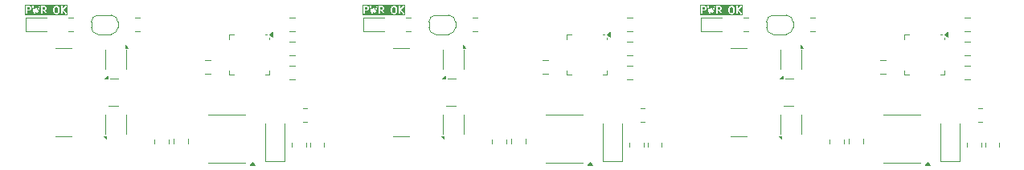
<source format=gbr>
%TF.GenerationSoftware,KiCad,Pcbnew,8.0.2*%
%TF.CreationDate,2025-03-04T10:53:31+01:00*%
%TF.ProjectId,USB-C_PD_Module_PANELIZED,5553422d-435f-4504-945f-4d6f64756c65,rev?*%
%TF.SameCoordinates,Original*%
%TF.FileFunction,Legend,Top*%
%TF.FilePolarity,Positive*%
%FSLAX46Y46*%
G04 Gerber Fmt 4.6, Leading zero omitted, Abs format (unit mm)*
G04 Created by KiCad (PCBNEW 8.0.2) date 2025-03-04 10:53:31*
%MOMM*%
%LPD*%
G01*
G04 APERTURE LIST*
%ADD10C,0.150000*%
%ADD11C,0.120000*%
G04 APERTURE END LIST*
D10*
G36*
X134744654Y-21208463D02*
G01*
X134794445Y-21257029D01*
X134823137Y-21367599D01*
X134824396Y-21598943D01*
X134796094Y-21716593D01*
X134749261Y-21764608D01*
X134703612Y-21788309D01*
X134596113Y-21789293D01*
X134551571Y-21767864D01*
X134501779Y-21719298D01*
X134473088Y-21608728D01*
X134471829Y-21377383D01*
X134500131Y-21259734D01*
X134546964Y-21211719D01*
X134592613Y-21188018D01*
X134700111Y-21187034D01*
X134744654Y-21208463D01*
G37*
G36*
X133423489Y-21208590D02*
G01*
X133442820Y-21227084D01*
X133466158Y-21272034D01*
X133467009Y-21343919D01*
X133445542Y-21388540D01*
X133427046Y-21407874D01*
X133382317Y-21431096D01*
X133292123Y-21431529D01*
X133289344Y-21431039D01*
X133287019Y-21431554D01*
X133186585Y-21432035D01*
X133186125Y-21187810D01*
X133378377Y-21186887D01*
X133423489Y-21208590D01*
G37*
G36*
X131816346Y-21208590D02*
G01*
X131835677Y-21227084D01*
X131859015Y-21272034D01*
X131859866Y-21343919D01*
X131838399Y-21388540D01*
X131819903Y-21407874D01*
X131775174Y-21431096D01*
X131579442Y-21432035D01*
X131578982Y-21187810D01*
X131771234Y-21186887D01*
X131816346Y-21208590D01*
G37*
G36*
X135806334Y-22021497D02*
G01*
X131346922Y-22021497D01*
X131346922Y-21113164D01*
X131430255Y-21113164D01*
X131431696Y-21877796D01*
X131442895Y-21904832D01*
X131463587Y-21925524D01*
X131490623Y-21936723D01*
X131519887Y-21936723D01*
X131546923Y-21925524D01*
X131567615Y-21904832D01*
X131578814Y-21877796D01*
X131580255Y-21863164D01*
X131579722Y-21580663D01*
X131779409Y-21579705D01*
X131781588Y-21580432D01*
X131792708Y-21579641D01*
X131805601Y-21579580D01*
X131808090Y-21578548D01*
X131810778Y-21578358D01*
X131824510Y-21573103D01*
X131895783Y-21536098D01*
X131904067Y-21532667D01*
X131906950Y-21530300D01*
X131908382Y-21529557D01*
X131909680Y-21528059D01*
X131915432Y-21523339D01*
X131951378Y-21485764D01*
X131957362Y-21480576D01*
X131959321Y-21477462D01*
X131960473Y-21476259D01*
X131961230Y-21474429D01*
X131965194Y-21468133D01*
X131995147Y-21405870D01*
X131996186Y-21404832D01*
X131999525Y-21396770D01*
X132006163Y-21382973D01*
X132006353Y-21380285D01*
X132007385Y-21377796D01*
X132008826Y-21363164D01*
X132007688Y-21267047D01*
X132008237Y-21265402D01*
X132007555Y-21255812D01*
X132007385Y-21241389D01*
X132006353Y-21238899D01*
X132006163Y-21236212D01*
X132000908Y-21222481D01*
X131963902Y-21151204D01*
X131960472Y-21142924D01*
X131958106Y-21140041D01*
X131957362Y-21138608D01*
X131955863Y-21137308D01*
X131951145Y-21131559D01*
X131934849Y-21115968D01*
X132108878Y-21115968D01*
X132110866Y-21130536D01*
X132290015Y-21876880D01*
X132291407Y-21887357D01*
X132293324Y-21890669D01*
X132294229Y-21894436D01*
X132300611Y-21903256D01*
X132306069Y-21912682D01*
X132309126Y-21915022D01*
X132311385Y-21918143D01*
X132320663Y-21923852D01*
X132329307Y-21930469D01*
X132333025Y-21931460D01*
X132336307Y-21933480D01*
X132347067Y-21935204D01*
X132357583Y-21938009D01*
X132361397Y-21937502D01*
X132365202Y-21938112D01*
X132375800Y-21935588D01*
X132386591Y-21934155D01*
X132389922Y-21932226D01*
X132393670Y-21931334D01*
X132402494Y-21924947D01*
X132411916Y-21919493D01*
X132414256Y-21916435D01*
X132417377Y-21914177D01*
X132423084Y-21904901D01*
X132429703Y-21896255D01*
X132431728Y-21890855D01*
X132432713Y-21889255D01*
X132433000Y-21887463D01*
X132434866Y-21882489D01*
X132505258Y-21615804D01*
X132576143Y-21878944D01*
X132577797Y-21889255D01*
X132579796Y-21892504D01*
X132580807Y-21896255D01*
X132587423Y-21904899D01*
X132593133Y-21914177D01*
X132596255Y-21916436D01*
X132598594Y-21919492D01*
X132608008Y-21924942D01*
X132616840Y-21931334D01*
X132620590Y-21932226D01*
X132623919Y-21934154D01*
X132634703Y-21935587D01*
X132645308Y-21938112D01*
X132649112Y-21937502D01*
X132652927Y-21938009D01*
X132663448Y-21935203D01*
X132674203Y-21933479D01*
X132677482Y-21931461D01*
X132681203Y-21930469D01*
X132689849Y-21923850D01*
X132699125Y-21918143D01*
X132701383Y-21915022D01*
X132704441Y-21912682D01*
X132709895Y-21903260D01*
X132716282Y-21894436D01*
X132718160Y-21888985D01*
X132719103Y-21887357D01*
X132719342Y-21885555D01*
X132721072Y-21880536D01*
X132901632Y-21115967D01*
X132901183Y-21113164D01*
X133037398Y-21113164D01*
X133038839Y-21877796D01*
X133050038Y-21904832D01*
X133070730Y-21925524D01*
X133097766Y-21936723D01*
X133127030Y-21936723D01*
X133154066Y-21925524D01*
X133174758Y-21904832D01*
X133185957Y-21877796D01*
X133187398Y-21863164D01*
X133186865Y-21580663D01*
X133251602Y-21580353D01*
X133489098Y-21917335D01*
X133513777Y-21933061D01*
X133542595Y-21938147D01*
X133571166Y-21931817D01*
X133595140Y-21915035D01*
X133610866Y-21890357D01*
X133615952Y-21861539D01*
X133609622Y-21832968D01*
X133602412Y-21820155D01*
X133429008Y-21574114D01*
X133431653Y-21573103D01*
X133502926Y-21536098D01*
X133511210Y-21532667D01*
X133514093Y-21530300D01*
X133515525Y-21529557D01*
X133516823Y-21528059D01*
X133522575Y-21523339D01*
X133558521Y-21485764D01*
X133564505Y-21480576D01*
X133566464Y-21477462D01*
X133567616Y-21476259D01*
X133568373Y-21474429D01*
X133572337Y-21468133D01*
X133602290Y-21405870D01*
X133603329Y-21404832D01*
X133606668Y-21396770D01*
X133613306Y-21382973D01*
X133613496Y-21380285D01*
X133614528Y-21377796D01*
X133615969Y-21363164D01*
X134323113Y-21363164D01*
X134324448Y-21608431D01*
X134323202Y-21616809D01*
X134324543Y-21625885D01*
X134324554Y-21627796D01*
X134324977Y-21628817D01*
X134325352Y-21631354D01*
X134360268Y-21765916D01*
X134360268Y-21770652D01*
X134363557Y-21778593D01*
X134366013Y-21788057D01*
X134369333Y-21792538D01*
X134371467Y-21797689D01*
X134380794Y-21809054D01*
X134453087Y-21879569D01*
X134459272Y-21886700D01*
X134462448Y-21888699D01*
X134463588Y-21889811D01*
X134465420Y-21890569D01*
X134471715Y-21894532D01*
X134533977Y-21924485D01*
X134535016Y-21925524D01*
X134543077Y-21928863D01*
X134556875Y-21935501D01*
X134559562Y-21935691D01*
X134562052Y-21936723D01*
X134576684Y-21938164D01*
X134708313Y-21936959D01*
X134710160Y-21937575D01*
X134720374Y-21936849D01*
X134734173Y-21936723D01*
X134736662Y-21935691D01*
X134739350Y-21935501D01*
X134753082Y-21930246D01*
X134824358Y-21893239D01*
X134832638Y-21889810D01*
X134835520Y-21887444D01*
X134836954Y-21886700D01*
X134838253Y-21885201D01*
X134844003Y-21880483D01*
X134909002Y-21813842D01*
X134912790Y-21811570D01*
X134917755Y-21804867D01*
X134924759Y-21797688D01*
X134926892Y-21792537D01*
X134930212Y-21788057D01*
X134935159Y-21774212D01*
X134968595Y-21635223D01*
X134971672Y-21627796D01*
X134972566Y-21618717D01*
X134973025Y-21616810D01*
X134972861Y-21615713D01*
X134973113Y-21613164D01*
X134971777Y-21367900D01*
X134973025Y-21359518D01*
X134971682Y-21350439D01*
X134971672Y-21348532D01*
X134971249Y-21347511D01*
X134970874Y-21344974D01*
X134935957Y-21210411D01*
X134935957Y-21205676D01*
X134932667Y-21197733D01*
X134930212Y-21188271D01*
X134926892Y-21183790D01*
X134924759Y-21178640D01*
X134915431Y-21167274D01*
X134859956Y-21113164D01*
X135144541Y-21113164D01*
X135145982Y-21877796D01*
X135157181Y-21904832D01*
X135177873Y-21925524D01*
X135204909Y-21936723D01*
X135234173Y-21936723D01*
X135261209Y-21925524D01*
X135281901Y-21904832D01*
X135293100Y-21877796D01*
X135294541Y-21863164D01*
X135293994Y-21573247D01*
X135318638Y-21548488D01*
X135598044Y-21919005D01*
X135623224Y-21933914D01*
X135652193Y-21938052D01*
X135680541Y-21930790D01*
X135703953Y-21913232D01*
X135718862Y-21888051D01*
X135723001Y-21859082D01*
X135715738Y-21830734D01*
X135708112Y-21818164D01*
X135424528Y-21442106D01*
X135710473Y-21154832D01*
X135721671Y-21127795D01*
X135721671Y-21098532D01*
X135710473Y-21071496D01*
X135689780Y-21050803D01*
X135662744Y-21039605D01*
X135633481Y-21039605D01*
X135606444Y-21050803D01*
X135595079Y-21060131D01*
X135293598Y-21363014D01*
X135293100Y-21098532D01*
X135281901Y-21071496D01*
X135261209Y-21050804D01*
X135234173Y-21039605D01*
X135204909Y-21039605D01*
X135177873Y-21050804D01*
X135157181Y-21071496D01*
X135145982Y-21098532D01*
X135144541Y-21113164D01*
X134859956Y-21113164D01*
X134843143Y-21096765D01*
X134836954Y-21089628D01*
X134833775Y-21087627D01*
X134832638Y-21086518D01*
X134830810Y-21085760D01*
X134824511Y-21081796D01*
X134762247Y-21051842D01*
X134761209Y-21050804D01*
X134753148Y-21047465D01*
X134739350Y-21040827D01*
X134736662Y-21040636D01*
X134734173Y-21039605D01*
X134719541Y-21038164D01*
X134587911Y-21039368D01*
X134586065Y-21038753D01*
X134575850Y-21039478D01*
X134562052Y-21039605D01*
X134559562Y-21040636D01*
X134556875Y-21040827D01*
X134543143Y-21046082D01*
X134471872Y-21083085D01*
X134463588Y-21086517D01*
X134460702Y-21088885D01*
X134459272Y-21089628D01*
X134457973Y-21091124D01*
X134452223Y-21095845D01*
X134387223Y-21162485D01*
X134383435Y-21164758D01*
X134378468Y-21171460D01*
X134371467Y-21178639D01*
X134369333Y-21183789D01*
X134366013Y-21188271D01*
X134361066Y-21202117D01*
X134327633Y-21341098D01*
X134324554Y-21348532D01*
X134323659Y-21357618D01*
X134323202Y-21359519D01*
X134323364Y-21360610D01*
X134323113Y-21363164D01*
X133615969Y-21363164D01*
X133614831Y-21267047D01*
X133615380Y-21265402D01*
X133614698Y-21255812D01*
X133614528Y-21241389D01*
X133613496Y-21238899D01*
X133613306Y-21236212D01*
X133608051Y-21222481D01*
X133571045Y-21151204D01*
X133567615Y-21142924D01*
X133565249Y-21140041D01*
X133564505Y-21138608D01*
X133563006Y-21137308D01*
X133558288Y-21131559D01*
X133520715Y-21095612D01*
X133515525Y-21089628D01*
X133512410Y-21087667D01*
X133511209Y-21086518D01*
X133509381Y-21085760D01*
X133503082Y-21081796D01*
X133440818Y-21051842D01*
X133439780Y-21050804D01*
X133431719Y-21047465D01*
X133417921Y-21040827D01*
X133415233Y-21040636D01*
X133412744Y-21039605D01*
X133398112Y-21038164D01*
X133097766Y-21039605D01*
X133070730Y-21050804D01*
X133050038Y-21071496D01*
X133038839Y-21098532D01*
X133037398Y-21113164D01*
X132901183Y-21113164D01*
X132896999Y-21087073D01*
X132881663Y-21062151D01*
X132857956Y-21044994D01*
X132829488Y-21038216D01*
X132800593Y-21042848D01*
X132775671Y-21058185D01*
X132758515Y-21081892D01*
X132753724Y-21095792D01*
X132644106Y-21559957D01*
X132577500Y-21312698D01*
X132576246Y-21303257D01*
X132573835Y-21299093D01*
X132572560Y-21294359D01*
X132566544Y-21286499D01*
X132561584Y-21277932D01*
X132557726Y-21274978D01*
X132554773Y-21271121D01*
X132546205Y-21266160D01*
X132538346Y-21260145D01*
X132533653Y-21258893D01*
X132529448Y-21256459D01*
X132519632Y-21255154D01*
X132510070Y-21252605D01*
X132505255Y-21253244D01*
X132500440Y-21252605D01*
X132490872Y-21255156D01*
X132481062Y-21256460D01*
X132476859Y-21258892D01*
X132472164Y-21260145D01*
X132464299Y-21266164D01*
X132455737Y-21271122D01*
X132452785Y-21274977D01*
X132448926Y-21277932D01*
X132443964Y-21286501D01*
X132437950Y-21294359D01*
X132435254Y-21301545D01*
X132434264Y-21303257D01*
X132434072Y-21304698D01*
X132432787Y-21308126D01*
X132366541Y-21559097D01*
X132251996Y-21081892D01*
X132234839Y-21058185D01*
X132209917Y-21042849D01*
X132181022Y-21038216D01*
X132152554Y-21044994D01*
X132128847Y-21062151D01*
X132113511Y-21087073D01*
X132108878Y-21115968D01*
X131934849Y-21115968D01*
X131913572Y-21095612D01*
X131908382Y-21089628D01*
X131905267Y-21087667D01*
X131904066Y-21086518D01*
X131902238Y-21085760D01*
X131895939Y-21081796D01*
X131833675Y-21051842D01*
X131832637Y-21050804D01*
X131824576Y-21047465D01*
X131810778Y-21040827D01*
X131808090Y-21040636D01*
X131805601Y-21039605D01*
X131790969Y-21038164D01*
X131490623Y-21039605D01*
X131463587Y-21050804D01*
X131442895Y-21071496D01*
X131431696Y-21098532D01*
X131430255Y-21113164D01*
X131346922Y-21113164D01*
X131346922Y-20954831D01*
X135806334Y-20954831D01*
X135806334Y-22021497D01*
G37*
G36*
X170304654Y-21208463D02*
G01*
X170354445Y-21257029D01*
X170383137Y-21367599D01*
X170384396Y-21598943D01*
X170356094Y-21716593D01*
X170309261Y-21764608D01*
X170263612Y-21788309D01*
X170156113Y-21789293D01*
X170111571Y-21767864D01*
X170061779Y-21719298D01*
X170033088Y-21608728D01*
X170031829Y-21377383D01*
X170060131Y-21259734D01*
X170106964Y-21211719D01*
X170152613Y-21188018D01*
X170260111Y-21187034D01*
X170304654Y-21208463D01*
G37*
G36*
X168983489Y-21208590D02*
G01*
X169002820Y-21227084D01*
X169026158Y-21272034D01*
X169027009Y-21343919D01*
X169005542Y-21388540D01*
X168987046Y-21407874D01*
X168942317Y-21431096D01*
X168852123Y-21431529D01*
X168849344Y-21431039D01*
X168847019Y-21431554D01*
X168746585Y-21432035D01*
X168746125Y-21187810D01*
X168938377Y-21186887D01*
X168983489Y-21208590D01*
G37*
G36*
X167376346Y-21208590D02*
G01*
X167395677Y-21227084D01*
X167419015Y-21272034D01*
X167419866Y-21343919D01*
X167398399Y-21388540D01*
X167379903Y-21407874D01*
X167335174Y-21431096D01*
X167139442Y-21432035D01*
X167138982Y-21187810D01*
X167331234Y-21186887D01*
X167376346Y-21208590D01*
G37*
G36*
X171366334Y-22021497D02*
G01*
X166906922Y-22021497D01*
X166906922Y-21113164D01*
X166990255Y-21113164D01*
X166991696Y-21877796D01*
X167002895Y-21904832D01*
X167023587Y-21925524D01*
X167050623Y-21936723D01*
X167079887Y-21936723D01*
X167106923Y-21925524D01*
X167127615Y-21904832D01*
X167138814Y-21877796D01*
X167140255Y-21863164D01*
X167139722Y-21580663D01*
X167339409Y-21579705D01*
X167341588Y-21580432D01*
X167352708Y-21579641D01*
X167365601Y-21579580D01*
X167368090Y-21578548D01*
X167370778Y-21578358D01*
X167384510Y-21573103D01*
X167455783Y-21536098D01*
X167464067Y-21532667D01*
X167466950Y-21530300D01*
X167468382Y-21529557D01*
X167469680Y-21528059D01*
X167475432Y-21523339D01*
X167511378Y-21485764D01*
X167517362Y-21480576D01*
X167519321Y-21477462D01*
X167520473Y-21476259D01*
X167521230Y-21474429D01*
X167525194Y-21468133D01*
X167555147Y-21405870D01*
X167556186Y-21404832D01*
X167559525Y-21396770D01*
X167566163Y-21382973D01*
X167566353Y-21380285D01*
X167567385Y-21377796D01*
X167568826Y-21363164D01*
X167567688Y-21267047D01*
X167568237Y-21265402D01*
X167567555Y-21255812D01*
X167567385Y-21241389D01*
X167566353Y-21238899D01*
X167566163Y-21236212D01*
X167560908Y-21222481D01*
X167523902Y-21151204D01*
X167520472Y-21142924D01*
X167518106Y-21140041D01*
X167517362Y-21138608D01*
X167515863Y-21137308D01*
X167511145Y-21131559D01*
X167494849Y-21115968D01*
X167668878Y-21115968D01*
X167670866Y-21130536D01*
X167850015Y-21876880D01*
X167851407Y-21887357D01*
X167853324Y-21890669D01*
X167854229Y-21894436D01*
X167860611Y-21903256D01*
X167866069Y-21912682D01*
X167869126Y-21915022D01*
X167871385Y-21918143D01*
X167880663Y-21923852D01*
X167889307Y-21930469D01*
X167893025Y-21931460D01*
X167896307Y-21933480D01*
X167907067Y-21935204D01*
X167917583Y-21938009D01*
X167921397Y-21937502D01*
X167925202Y-21938112D01*
X167935800Y-21935588D01*
X167946591Y-21934155D01*
X167949922Y-21932226D01*
X167953670Y-21931334D01*
X167962494Y-21924947D01*
X167971916Y-21919493D01*
X167974256Y-21916435D01*
X167977377Y-21914177D01*
X167983084Y-21904901D01*
X167989703Y-21896255D01*
X167991728Y-21890855D01*
X167992713Y-21889255D01*
X167993000Y-21887463D01*
X167994866Y-21882489D01*
X168065258Y-21615804D01*
X168136143Y-21878944D01*
X168137797Y-21889255D01*
X168139796Y-21892504D01*
X168140807Y-21896255D01*
X168147423Y-21904899D01*
X168153133Y-21914177D01*
X168156255Y-21916436D01*
X168158594Y-21919492D01*
X168168008Y-21924942D01*
X168176840Y-21931334D01*
X168180590Y-21932226D01*
X168183919Y-21934154D01*
X168194703Y-21935587D01*
X168205308Y-21938112D01*
X168209112Y-21937502D01*
X168212927Y-21938009D01*
X168223448Y-21935203D01*
X168234203Y-21933479D01*
X168237482Y-21931461D01*
X168241203Y-21930469D01*
X168249849Y-21923850D01*
X168259125Y-21918143D01*
X168261383Y-21915022D01*
X168264441Y-21912682D01*
X168269895Y-21903260D01*
X168276282Y-21894436D01*
X168278160Y-21888985D01*
X168279103Y-21887357D01*
X168279342Y-21885555D01*
X168281072Y-21880536D01*
X168461632Y-21115967D01*
X168461183Y-21113164D01*
X168597398Y-21113164D01*
X168598839Y-21877796D01*
X168610038Y-21904832D01*
X168630730Y-21925524D01*
X168657766Y-21936723D01*
X168687030Y-21936723D01*
X168714066Y-21925524D01*
X168734758Y-21904832D01*
X168745957Y-21877796D01*
X168747398Y-21863164D01*
X168746865Y-21580663D01*
X168811602Y-21580353D01*
X169049098Y-21917335D01*
X169073777Y-21933061D01*
X169102595Y-21938147D01*
X169131166Y-21931817D01*
X169155140Y-21915035D01*
X169170866Y-21890357D01*
X169175952Y-21861539D01*
X169169622Y-21832968D01*
X169162412Y-21820155D01*
X168989008Y-21574114D01*
X168991653Y-21573103D01*
X169062926Y-21536098D01*
X169071210Y-21532667D01*
X169074093Y-21530300D01*
X169075525Y-21529557D01*
X169076823Y-21528059D01*
X169082575Y-21523339D01*
X169118521Y-21485764D01*
X169124505Y-21480576D01*
X169126464Y-21477462D01*
X169127616Y-21476259D01*
X169128373Y-21474429D01*
X169132337Y-21468133D01*
X169162290Y-21405870D01*
X169163329Y-21404832D01*
X169166668Y-21396770D01*
X169173306Y-21382973D01*
X169173496Y-21380285D01*
X169174528Y-21377796D01*
X169175969Y-21363164D01*
X169883113Y-21363164D01*
X169884448Y-21608431D01*
X169883202Y-21616809D01*
X169884543Y-21625885D01*
X169884554Y-21627796D01*
X169884977Y-21628817D01*
X169885352Y-21631354D01*
X169920268Y-21765916D01*
X169920268Y-21770652D01*
X169923557Y-21778593D01*
X169926013Y-21788057D01*
X169929333Y-21792538D01*
X169931467Y-21797689D01*
X169940794Y-21809054D01*
X170013087Y-21879569D01*
X170019272Y-21886700D01*
X170022448Y-21888699D01*
X170023588Y-21889811D01*
X170025420Y-21890569D01*
X170031715Y-21894532D01*
X170093977Y-21924485D01*
X170095016Y-21925524D01*
X170103077Y-21928863D01*
X170116875Y-21935501D01*
X170119562Y-21935691D01*
X170122052Y-21936723D01*
X170136684Y-21938164D01*
X170268313Y-21936959D01*
X170270160Y-21937575D01*
X170280374Y-21936849D01*
X170294173Y-21936723D01*
X170296662Y-21935691D01*
X170299350Y-21935501D01*
X170313082Y-21930246D01*
X170384358Y-21893239D01*
X170392638Y-21889810D01*
X170395520Y-21887444D01*
X170396954Y-21886700D01*
X170398253Y-21885201D01*
X170404003Y-21880483D01*
X170469002Y-21813842D01*
X170472790Y-21811570D01*
X170477755Y-21804867D01*
X170484759Y-21797688D01*
X170486892Y-21792537D01*
X170490212Y-21788057D01*
X170495159Y-21774212D01*
X170528595Y-21635223D01*
X170531672Y-21627796D01*
X170532566Y-21618717D01*
X170533025Y-21616810D01*
X170532861Y-21615713D01*
X170533113Y-21613164D01*
X170531777Y-21367900D01*
X170533025Y-21359518D01*
X170531682Y-21350439D01*
X170531672Y-21348532D01*
X170531249Y-21347511D01*
X170530874Y-21344974D01*
X170495957Y-21210411D01*
X170495957Y-21205676D01*
X170492667Y-21197733D01*
X170490212Y-21188271D01*
X170486892Y-21183790D01*
X170484759Y-21178640D01*
X170475431Y-21167274D01*
X170419956Y-21113164D01*
X170704541Y-21113164D01*
X170705982Y-21877796D01*
X170717181Y-21904832D01*
X170737873Y-21925524D01*
X170764909Y-21936723D01*
X170794173Y-21936723D01*
X170821209Y-21925524D01*
X170841901Y-21904832D01*
X170853100Y-21877796D01*
X170854541Y-21863164D01*
X170853994Y-21573247D01*
X170878638Y-21548488D01*
X171158044Y-21919005D01*
X171183224Y-21933914D01*
X171212193Y-21938052D01*
X171240541Y-21930790D01*
X171263953Y-21913232D01*
X171278862Y-21888051D01*
X171283001Y-21859082D01*
X171275738Y-21830734D01*
X171268112Y-21818164D01*
X170984528Y-21442106D01*
X171270473Y-21154832D01*
X171281671Y-21127795D01*
X171281671Y-21098532D01*
X171270473Y-21071496D01*
X171249780Y-21050803D01*
X171222744Y-21039605D01*
X171193481Y-21039605D01*
X171166444Y-21050803D01*
X171155079Y-21060131D01*
X170853598Y-21363014D01*
X170853100Y-21098532D01*
X170841901Y-21071496D01*
X170821209Y-21050804D01*
X170794173Y-21039605D01*
X170764909Y-21039605D01*
X170737873Y-21050804D01*
X170717181Y-21071496D01*
X170705982Y-21098532D01*
X170704541Y-21113164D01*
X170419956Y-21113164D01*
X170403143Y-21096765D01*
X170396954Y-21089628D01*
X170393775Y-21087627D01*
X170392638Y-21086518D01*
X170390810Y-21085760D01*
X170384511Y-21081796D01*
X170322247Y-21051842D01*
X170321209Y-21050804D01*
X170313148Y-21047465D01*
X170299350Y-21040827D01*
X170296662Y-21040636D01*
X170294173Y-21039605D01*
X170279541Y-21038164D01*
X170147911Y-21039368D01*
X170146065Y-21038753D01*
X170135850Y-21039478D01*
X170122052Y-21039605D01*
X170119562Y-21040636D01*
X170116875Y-21040827D01*
X170103143Y-21046082D01*
X170031872Y-21083085D01*
X170023588Y-21086517D01*
X170020702Y-21088885D01*
X170019272Y-21089628D01*
X170017973Y-21091124D01*
X170012223Y-21095845D01*
X169947223Y-21162485D01*
X169943435Y-21164758D01*
X169938468Y-21171460D01*
X169931467Y-21178639D01*
X169929333Y-21183789D01*
X169926013Y-21188271D01*
X169921066Y-21202117D01*
X169887633Y-21341098D01*
X169884554Y-21348532D01*
X169883659Y-21357618D01*
X169883202Y-21359519D01*
X169883364Y-21360610D01*
X169883113Y-21363164D01*
X169175969Y-21363164D01*
X169174831Y-21267047D01*
X169175380Y-21265402D01*
X169174698Y-21255812D01*
X169174528Y-21241389D01*
X169173496Y-21238899D01*
X169173306Y-21236212D01*
X169168051Y-21222481D01*
X169131045Y-21151204D01*
X169127615Y-21142924D01*
X169125249Y-21140041D01*
X169124505Y-21138608D01*
X169123006Y-21137308D01*
X169118288Y-21131559D01*
X169080715Y-21095612D01*
X169075525Y-21089628D01*
X169072410Y-21087667D01*
X169071209Y-21086518D01*
X169069381Y-21085760D01*
X169063082Y-21081796D01*
X169000818Y-21051842D01*
X168999780Y-21050804D01*
X168991719Y-21047465D01*
X168977921Y-21040827D01*
X168975233Y-21040636D01*
X168972744Y-21039605D01*
X168958112Y-21038164D01*
X168657766Y-21039605D01*
X168630730Y-21050804D01*
X168610038Y-21071496D01*
X168598839Y-21098532D01*
X168597398Y-21113164D01*
X168461183Y-21113164D01*
X168456999Y-21087073D01*
X168441663Y-21062151D01*
X168417956Y-21044994D01*
X168389488Y-21038216D01*
X168360593Y-21042848D01*
X168335671Y-21058185D01*
X168318515Y-21081892D01*
X168313724Y-21095792D01*
X168204106Y-21559957D01*
X168137500Y-21312698D01*
X168136246Y-21303257D01*
X168133835Y-21299093D01*
X168132560Y-21294359D01*
X168126544Y-21286499D01*
X168121584Y-21277932D01*
X168117726Y-21274978D01*
X168114773Y-21271121D01*
X168106205Y-21266160D01*
X168098346Y-21260145D01*
X168093653Y-21258893D01*
X168089448Y-21256459D01*
X168079632Y-21255154D01*
X168070070Y-21252605D01*
X168065255Y-21253244D01*
X168060440Y-21252605D01*
X168050872Y-21255156D01*
X168041062Y-21256460D01*
X168036859Y-21258892D01*
X168032164Y-21260145D01*
X168024299Y-21266164D01*
X168015737Y-21271122D01*
X168012785Y-21274977D01*
X168008926Y-21277932D01*
X168003964Y-21286501D01*
X167997950Y-21294359D01*
X167995254Y-21301545D01*
X167994264Y-21303257D01*
X167994072Y-21304698D01*
X167992787Y-21308126D01*
X167926541Y-21559097D01*
X167811996Y-21081892D01*
X167794839Y-21058185D01*
X167769917Y-21042849D01*
X167741022Y-21038216D01*
X167712554Y-21044994D01*
X167688847Y-21062151D01*
X167673511Y-21087073D01*
X167668878Y-21115968D01*
X167494849Y-21115968D01*
X167473572Y-21095612D01*
X167468382Y-21089628D01*
X167465267Y-21087667D01*
X167464066Y-21086518D01*
X167462238Y-21085760D01*
X167455939Y-21081796D01*
X167393675Y-21051842D01*
X167392637Y-21050804D01*
X167384576Y-21047465D01*
X167370778Y-21040827D01*
X167368090Y-21040636D01*
X167365601Y-21039605D01*
X167350969Y-21038164D01*
X167050623Y-21039605D01*
X167023587Y-21050804D01*
X167002895Y-21071496D01*
X166991696Y-21098532D01*
X166990255Y-21113164D01*
X166906922Y-21113164D01*
X166906922Y-20954831D01*
X171366334Y-20954831D01*
X171366334Y-22021497D01*
G37*
G36*
X99184654Y-21208463D02*
G01*
X99234445Y-21257029D01*
X99263137Y-21367599D01*
X99264396Y-21598943D01*
X99236094Y-21716593D01*
X99189261Y-21764608D01*
X99143612Y-21788309D01*
X99036113Y-21789293D01*
X98991571Y-21767864D01*
X98941779Y-21719298D01*
X98913088Y-21608728D01*
X98911829Y-21377383D01*
X98940131Y-21259734D01*
X98986964Y-21211719D01*
X99032613Y-21188018D01*
X99140111Y-21187034D01*
X99184654Y-21208463D01*
G37*
G36*
X97863489Y-21208590D02*
G01*
X97882820Y-21227084D01*
X97906158Y-21272034D01*
X97907009Y-21343919D01*
X97885542Y-21388540D01*
X97867046Y-21407874D01*
X97822317Y-21431096D01*
X97732123Y-21431529D01*
X97729344Y-21431039D01*
X97727019Y-21431554D01*
X97626585Y-21432035D01*
X97626125Y-21187810D01*
X97818377Y-21186887D01*
X97863489Y-21208590D01*
G37*
G36*
X96256346Y-21208590D02*
G01*
X96275677Y-21227084D01*
X96299015Y-21272034D01*
X96299866Y-21343919D01*
X96278399Y-21388540D01*
X96259903Y-21407874D01*
X96215174Y-21431096D01*
X96019442Y-21432035D01*
X96018982Y-21187810D01*
X96211234Y-21186887D01*
X96256346Y-21208590D01*
G37*
G36*
X100246334Y-22021497D02*
G01*
X95786922Y-22021497D01*
X95786922Y-21113164D01*
X95870255Y-21113164D01*
X95871696Y-21877796D01*
X95882895Y-21904832D01*
X95903587Y-21925524D01*
X95930623Y-21936723D01*
X95959887Y-21936723D01*
X95986923Y-21925524D01*
X96007615Y-21904832D01*
X96018814Y-21877796D01*
X96020255Y-21863164D01*
X96019722Y-21580663D01*
X96219409Y-21579705D01*
X96221588Y-21580432D01*
X96232708Y-21579641D01*
X96245601Y-21579580D01*
X96248090Y-21578548D01*
X96250778Y-21578358D01*
X96264510Y-21573103D01*
X96335783Y-21536098D01*
X96344067Y-21532667D01*
X96346950Y-21530300D01*
X96348382Y-21529557D01*
X96349680Y-21528059D01*
X96355432Y-21523339D01*
X96391378Y-21485764D01*
X96397362Y-21480576D01*
X96399321Y-21477462D01*
X96400473Y-21476259D01*
X96401230Y-21474429D01*
X96405194Y-21468133D01*
X96435147Y-21405870D01*
X96436186Y-21404832D01*
X96439525Y-21396770D01*
X96446163Y-21382973D01*
X96446353Y-21380285D01*
X96447385Y-21377796D01*
X96448826Y-21363164D01*
X96447688Y-21267047D01*
X96448237Y-21265402D01*
X96447555Y-21255812D01*
X96447385Y-21241389D01*
X96446353Y-21238899D01*
X96446163Y-21236212D01*
X96440908Y-21222481D01*
X96403902Y-21151204D01*
X96400472Y-21142924D01*
X96398106Y-21140041D01*
X96397362Y-21138608D01*
X96395863Y-21137308D01*
X96391145Y-21131559D01*
X96374849Y-21115968D01*
X96548878Y-21115968D01*
X96550866Y-21130536D01*
X96730015Y-21876880D01*
X96731407Y-21887357D01*
X96733324Y-21890669D01*
X96734229Y-21894436D01*
X96740611Y-21903256D01*
X96746069Y-21912682D01*
X96749126Y-21915022D01*
X96751385Y-21918143D01*
X96760663Y-21923852D01*
X96769307Y-21930469D01*
X96773025Y-21931460D01*
X96776307Y-21933480D01*
X96787067Y-21935204D01*
X96797583Y-21938009D01*
X96801397Y-21937502D01*
X96805202Y-21938112D01*
X96815800Y-21935588D01*
X96826591Y-21934155D01*
X96829922Y-21932226D01*
X96833670Y-21931334D01*
X96842494Y-21924947D01*
X96851916Y-21919493D01*
X96854256Y-21916435D01*
X96857377Y-21914177D01*
X96863084Y-21904901D01*
X96869703Y-21896255D01*
X96871728Y-21890855D01*
X96872713Y-21889255D01*
X96873000Y-21887463D01*
X96874866Y-21882489D01*
X96945258Y-21615804D01*
X97016143Y-21878944D01*
X97017797Y-21889255D01*
X97019796Y-21892504D01*
X97020807Y-21896255D01*
X97027423Y-21904899D01*
X97033133Y-21914177D01*
X97036255Y-21916436D01*
X97038594Y-21919492D01*
X97048008Y-21924942D01*
X97056840Y-21931334D01*
X97060590Y-21932226D01*
X97063919Y-21934154D01*
X97074703Y-21935587D01*
X97085308Y-21938112D01*
X97089112Y-21937502D01*
X97092927Y-21938009D01*
X97103448Y-21935203D01*
X97114203Y-21933479D01*
X97117482Y-21931461D01*
X97121203Y-21930469D01*
X97129849Y-21923850D01*
X97139125Y-21918143D01*
X97141383Y-21915022D01*
X97144441Y-21912682D01*
X97149895Y-21903260D01*
X97156282Y-21894436D01*
X97158160Y-21888985D01*
X97159103Y-21887357D01*
X97159342Y-21885555D01*
X97161072Y-21880536D01*
X97341632Y-21115967D01*
X97341183Y-21113164D01*
X97477398Y-21113164D01*
X97478839Y-21877796D01*
X97490038Y-21904832D01*
X97510730Y-21925524D01*
X97537766Y-21936723D01*
X97567030Y-21936723D01*
X97594066Y-21925524D01*
X97614758Y-21904832D01*
X97625957Y-21877796D01*
X97627398Y-21863164D01*
X97626865Y-21580663D01*
X97691602Y-21580353D01*
X97929098Y-21917335D01*
X97953777Y-21933061D01*
X97982595Y-21938147D01*
X98011166Y-21931817D01*
X98035140Y-21915035D01*
X98050866Y-21890357D01*
X98055952Y-21861539D01*
X98049622Y-21832968D01*
X98042412Y-21820155D01*
X97869008Y-21574114D01*
X97871653Y-21573103D01*
X97942926Y-21536098D01*
X97951210Y-21532667D01*
X97954093Y-21530300D01*
X97955525Y-21529557D01*
X97956823Y-21528059D01*
X97962575Y-21523339D01*
X97998521Y-21485764D01*
X98004505Y-21480576D01*
X98006464Y-21477462D01*
X98007616Y-21476259D01*
X98008373Y-21474429D01*
X98012337Y-21468133D01*
X98042290Y-21405870D01*
X98043329Y-21404832D01*
X98046668Y-21396770D01*
X98053306Y-21382973D01*
X98053496Y-21380285D01*
X98054528Y-21377796D01*
X98055969Y-21363164D01*
X98763113Y-21363164D01*
X98764448Y-21608431D01*
X98763202Y-21616809D01*
X98764543Y-21625885D01*
X98764554Y-21627796D01*
X98764977Y-21628817D01*
X98765352Y-21631354D01*
X98800268Y-21765916D01*
X98800268Y-21770652D01*
X98803557Y-21778593D01*
X98806013Y-21788057D01*
X98809333Y-21792538D01*
X98811467Y-21797689D01*
X98820794Y-21809054D01*
X98893087Y-21879569D01*
X98899272Y-21886700D01*
X98902448Y-21888699D01*
X98903588Y-21889811D01*
X98905420Y-21890569D01*
X98911715Y-21894532D01*
X98973977Y-21924485D01*
X98975016Y-21925524D01*
X98983077Y-21928863D01*
X98996875Y-21935501D01*
X98999562Y-21935691D01*
X99002052Y-21936723D01*
X99016684Y-21938164D01*
X99148313Y-21936959D01*
X99150160Y-21937575D01*
X99160374Y-21936849D01*
X99174173Y-21936723D01*
X99176662Y-21935691D01*
X99179350Y-21935501D01*
X99193082Y-21930246D01*
X99264358Y-21893239D01*
X99272638Y-21889810D01*
X99275520Y-21887444D01*
X99276954Y-21886700D01*
X99278253Y-21885201D01*
X99284003Y-21880483D01*
X99349002Y-21813842D01*
X99352790Y-21811570D01*
X99357755Y-21804867D01*
X99364759Y-21797688D01*
X99366892Y-21792537D01*
X99370212Y-21788057D01*
X99375159Y-21774212D01*
X99408595Y-21635223D01*
X99411672Y-21627796D01*
X99412566Y-21618717D01*
X99413025Y-21616810D01*
X99412861Y-21615713D01*
X99413113Y-21613164D01*
X99411777Y-21367900D01*
X99413025Y-21359518D01*
X99411682Y-21350439D01*
X99411672Y-21348532D01*
X99411249Y-21347511D01*
X99410874Y-21344974D01*
X99375957Y-21210411D01*
X99375957Y-21205676D01*
X99372667Y-21197733D01*
X99370212Y-21188271D01*
X99366892Y-21183790D01*
X99364759Y-21178640D01*
X99355431Y-21167274D01*
X99299956Y-21113164D01*
X99584541Y-21113164D01*
X99585982Y-21877796D01*
X99597181Y-21904832D01*
X99617873Y-21925524D01*
X99644909Y-21936723D01*
X99674173Y-21936723D01*
X99701209Y-21925524D01*
X99721901Y-21904832D01*
X99733100Y-21877796D01*
X99734541Y-21863164D01*
X99733994Y-21573247D01*
X99758638Y-21548488D01*
X100038044Y-21919005D01*
X100063224Y-21933914D01*
X100092193Y-21938052D01*
X100120541Y-21930790D01*
X100143953Y-21913232D01*
X100158862Y-21888051D01*
X100163001Y-21859082D01*
X100155738Y-21830734D01*
X100148112Y-21818164D01*
X99864528Y-21442106D01*
X100150473Y-21154832D01*
X100161671Y-21127795D01*
X100161671Y-21098532D01*
X100150473Y-21071496D01*
X100129780Y-21050803D01*
X100102744Y-21039605D01*
X100073481Y-21039605D01*
X100046444Y-21050803D01*
X100035079Y-21060131D01*
X99733598Y-21363014D01*
X99733100Y-21098532D01*
X99721901Y-21071496D01*
X99701209Y-21050804D01*
X99674173Y-21039605D01*
X99644909Y-21039605D01*
X99617873Y-21050804D01*
X99597181Y-21071496D01*
X99585982Y-21098532D01*
X99584541Y-21113164D01*
X99299956Y-21113164D01*
X99283143Y-21096765D01*
X99276954Y-21089628D01*
X99273775Y-21087627D01*
X99272638Y-21086518D01*
X99270810Y-21085760D01*
X99264511Y-21081796D01*
X99202247Y-21051842D01*
X99201209Y-21050804D01*
X99193148Y-21047465D01*
X99179350Y-21040827D01*
X99176662Y-21040636D01*
X99174173Y-21039605D01*
X99159541Y-21038164D01*
X99027911Y-21039368D01*
X99026065Y-21038753D01*
X99015850Y-21039478D01*
X99002052Y-21039605D01*
X98999562Y-21040636D01*
X98996875Y-21040827D01*
X98983143Y-21046082D01*
X98911872Y-21083085D01*
X98903588Y-21086517D01*
X98900702Y-21088885D01*
X98899272Y-21089628D01*
X98897973Y-21091124D01*
X98892223Y-21095845D01*
X98827223Y-21162485D01*
X98823435Y-21164758D01*
X98818468Y-21171460D01*
X98811467Y-21178639D01*
X98809333Y-21183789D01*
X98806013Y-21188271D01*
X98801066Y-21202117D01*
X98767633Y-21341098D01*
X98764554Y-21348532D01*
X98763659Y-21357618D01*
X98763202Y-21359519D01*
X98763364Y-21360610D01*
X98763113Y-21363164D01*
X98055969Y-21363164D01*
X98054831Y-21267047D01*
X98055380Y-21265402D01*
X98054698Y-21255812D01*
X98054528Y-21241389D01*
X98053496Y-21238899D01*
X98053306Y-21236212D01*
X98048051Y-21222481D01*
X98011045Y-21151204D01*
X98007615Y-21142924D01*
X98005249Y-21140041D01*
X98004505Y-21138608D01*
X98003006Y-21137308D01*
X97998288Y-21131559D01*
X97960715Y-21095612D01*
X97955525Y-21089628D01*
X97952410Y-21087667D01*
X97951209Y-21086518D01*
X97949381Y-21085760D01*
X97943082Y-21081796D01*
X97880818Y-21051842D01*
X97879780Y-21050804D01*
X97871719Y-21047465D01*
X97857921Y-21040827D01*
X97855233Y-21040636D01*
X97852744Y-21039605D01*
X97838112Y-21038164D01*
X97537766Y-21039605D01*
X97510730Y-21050804D01*
X97490038Y-21071496D01*
X97478839Y-21098532D01*
X97477398Y-21113164D01*
X97341183Y-21113164D01*
X97336999Y-21087073D01*
X97321663Y-21062151D01*
X97297956Y-21044994D01*
X97269488Y-21038216D01*
X97240593Y-21042848D01*
X97215671Y-21058185D01*
X97198515Y-21081892D01*
X97193724Y-21095792D01*
X97084106Y-21559957D01*
X97017500Y-21312698D01*
X97016246Y-21303257D01*
X97013835Y-21299093D01*
X97012560Y-21294359D01*
X97006544Y-21286499D01*
X97001584Y-21277932D01*
X96997726Y-21274978D01*
X96994773Y-21271121D01*
X96986205Y-21266160D01*
X96978346Y-21260145D01*
X96973653Y-21258893D01*
X96969448Y-21256459D01*
X96959632Y-21255154D01*
X96950070Y-21252605D01*
X96945255Y-21253244D01*
X96940440Y-21252605D01*
X96930872Y-21255156D01*
X96921062Y-21256460D01*
X96916859Y-21258892D01*
X96912164Y-21260145D01*
X96904299Y-21266164D01*
X96895737Y-21271122D01*
X96892785Y-21274977D01*
X96888926Y-21277932D01*
X96883964Y-21286501D01*
X96877950Y-21294359D01*
X96875254Y-21301545D01*
X96874264Y-21303257D01*
X96874072Y-21304698D01*
X96872787Y-21308126D01*
X96806541Y-21559097D01*
X96691996Y-21081892D01*
X96674839Y-21058185D01*
X96649917Y-21042849D01*
X96621022Y-21038216D01*
X96592554Y-21044994D01*
X96568847Y-21062151D01*
X96553511Y-21087073D01*
X96548878Y-21115968D01*
X96374849Y-21115968D01*
X96353572Y-21095612D01*
X96348382Y-21089628D01*
X96345267Y-21087667D01*
X96344066Y-21086518D01*
X96342238Y-21085760D01*
X96335939Y-21081796D01*
X96273675Y-21051842D01*
X96272637Y-21050804D01*
X96264576Y-21047465D01*
X96250778Y-21040827D01*
X96248090Y-21040636D01*
X96245601Y-21039605D01*
X96230969Y-21038164D01*
X95930623Y-21039605D01*
X95903587Y-21050804D01*
X95882895Y-21071496D01*
X95871696Y-21098532D01*
X95870255Y-21113164D01*
X95786922Y-21113164D01*
X95786922Y-20954831D01*
X100246334Y-20954831D01*
X100246334Y-22021497D01*
G37*
D11*
%TO.C,R1*%
X107833064Y-22313000D02*
X107378936Y-22313000D01*
X107833064Y-23783000D02*
X107378936Y-23783000D01*
%TO.C,U1*%
X176690000Y-28780000D02*
X175900000Y-28780000D01*
X176690000Y-31600000D02*
X175690000Y-31600000D01*
X175570000Y-28780000D02*
X175290000Y-28780000D01*
X175570000Y-28500000D01*
X175570000Y-28780000D01*
G36*
X175570000Y-28780000D02*
G01*
X175290000Y-28780000D01*
X175570000Y-28500000D01*
X175570000Y-28780000D01*
G37*
%TO.C,C2*%
X194781248Y-22313000D02*
X195303752Y-22313000D01*
X194781248Y-23783000D02*
X195303752Y-23783000D01*
%TO.C,D2*%
X131370500Y-22313000D02*
X131370500Y-23783000D01*
X131370500Y-23783000D02*
X133655500Y-23783000D01*
X133655500Y-22313000D02*
X131370500Y-22313000D01*
%TO.C,C5*%
X147003000Y-35628252D02*
X147003000Y-35105748D01*
X148473000Y-35628252D02*
X148473000Y-35105748D01*
%TO.C,R1*%
X143393064Y-22313000D02*
X142938936Y-22313000D01*
X143393064Y-23783000D02*
X142938936Y-23783000D01*
%TO.C,C5*%
X182563000Y-35628252D02*
X182563000Y-35105748D01*
X184033000Y-35628252D02*
X184033000Y-35105748D01*
%TO.C,R3*%
X144971000Y-35594064D02*
X144971000Y-35139936D01*
X146441000Y-35594064D02*
X146441000Y-35139936D01*
%TO.C,R2*%
X135930436Y-22313000D02*
X136384564Y-22313000D01*
X135930436Y-23783000D02*
X136384564Y-23783000D01*
%TO.C,D2*%
X95810500Y-22313000D02*
X95810500Y-23783000D01*
X95810500Y-23783000D02*
X98095500Y-23783000D01*
X98095500Y-22313000D02*
X95810500Y-22313000D01*
%TO.C,JP1*%
X138313500Y-23348000D02*
X138313500Y-22748000D01*
X139013500Y-22048000D02*
X140413500Y-22048000D01*
X140413500Y-24048000D02*
X139013500Y-24048000D01*
X141113500Y-22748000D02*
X141113500Y-23348000D01*
X138313500Y-22748000D02*
G75*
G02*
X139013500Y-22048000I699999J1D01*
G01*
X139013500Y-24048000D02*
G75*
G02*
X138313500Y-23348000I-1J699999D01*
G01*
X140413500Y-22048000D02*
G75*
G02*
X141113500Y-22748000I0J-700000D01*
G01*
X141113500Y-23348000D02*
G75*
G02*
X140413500Y-24048000I-700000J0D01*
G01*
%TO.C,R5*%
X196151936Y-31838000D02*
X196606064Y-31838000D01*
X196151936Y-33308000D02*
X196606064Y-33308000D01*
%TO.C,R6*%
X125794000Y-35520936D02*
X125794000Y-35975064D01*
X127264000Y-35520936D02*
X127264000Y-35975064D01*
%TO.C,C3*%
X123661248Y-24853000D02*
X124183752Y-24853000D01*
X123661248Y-26323000D02*
X124183752Y-26323000D01*
%TO.C,R5*%
X160591936Y-31838000D02*
X161046064Y-31838000D01*
X160591936Y-33308000D02*
X161046064Y-33308000D01*
%TO.C,R4*%
X159449000Y-35975064D02*
X159449000Y-35520936D01*
X160919000Y-35975064D02*
X160919000Y-35520936D01*
%TO.C,J1*%
X99005000Y-25490000D02*
X100705000Y-25490000D01*
X99005000Y-34830000D02*
X100705000Y-34830000D01*
%TO.C,C4*%
X115293752Y-26758000D02*
X114771248Y-26758000D01*
X115293752Y-28228000D02*
X114771248Y-28228000D01*
%TO.C,U1*%
X105570000Y-28780000D02*
X104780000Y-28780000D01*
X105570000Y-31600000D02*
X104570000Y-31600000D01*
X104450000Y-28780000D02*
X104170000Y-28780000D01*
X104450000Y-28500000D01*
X104450000Y-28780000D01*
G36*
X104450000Y-28780000D02*
G01*
X104170000Y-28780000D01*
X104450000Y-28500000D01*
X104450000Y-28780000D01*
G37*
%TO.C,C1*%
X159221248Y-27393000D02*
X159743752Y-27393000D01*
X159221248Y-28863000D02*
X159743752Y-28863000D01*
%TO.C,R4*%
X123889000Y-35975064D02*
X123889000Y-35520936D01*
X125359000Y-35975064D02*
X125359000Y-35520936D01*
%TO.C,J1*%
X134565000Y-25490000D02*
X136265000Y-25490000D01*
X134565000Y-34830000D02*
X136265000Y-34830000D01*
%TO.C,R6*%
X161354000Y-35520936D02*
X161354000Y-35975064D01*
X162824000Y-35520936D02*
X162824000Y-35975064D01*
%TO.C,JP1*%
X102753500Y-23348000D02*
X102753500Y-22748000D01*
X103453500Y-22048000D02*
X104853500Y-22048000D01*
X104853500Y-24048000D02*
X103453500Y-24048000D01*
X105553500Y-22748000D02*
X105553500Y-23348000D01*
X102753500Y-22748000D02*
G75*
G02*
X103453500Y-22048000I699999J1D01*
G01*
X103453500Y-24048000D02*
G75*
G02*
X102753500Y-23348000I-1J699999D01*
G01*
X104853500Y-22048000D02*
G75*
G02*
X105553500Y-22748000I0J-700000D01*
G01*
X105553500Y-23348000D02*
G75*
G02*
X104853500Y-24048000I-700000J0D01*
G01*
%TO.C,C4*%
X150853752Y-26758000D02*
X150331248Y-26758000D01*
X150853752Y-28228000D02*
X150331248Y-28228000D01*
%TO.C,R3*%
X180531000Y-35594064D02*
X180531000Y-35139936D01*
X182001000Y-35594064D02*
X182001000Y-35139936D01*
%TO.C,D1*%
X156644000Y-37473000D02*
X156644000Y-33463000D01*
X156644000Y-37473000D02*
X158644000Y-37473000D01*
X158644000Y-37473000D02*
X158644000Y-33463000D01*
%TO.C,R3*%
X109411000Y-35594064D02*
X109411000Y-35139936D01*
X110881000Y-35594064D02*
X110881000Y-35139936D01*
%TO.C,U3*%
X139770000Y-25731000D02*
X139770000Y-27731000D01*
X141990000Y-25731000D02*
X141990000Y-27731000D01*
X142170000Y-25491000D02*
X141890000Y-25491000D01*
X141890000Y-25211000D01*
X142170000Y-25491000D01*
G36*
X142170000Y-25491000D02*
G01*
X141890000Y-25491000D01*
X141890000Y-25211000D01*
X142170000Y-25491000D01*
G37*
%TO.C,C2*%
X159221248Y-22313000D02*
X159743752Y-22313000D01*
X159221248Y-23783000D02*
X159743752Y-23783000D01*
%TO.C,R6*%
X196914000Y-35520936D02*
X196914000Y-35975064D01*
X198384000Y-35520936D02*
X198384000Y-35975064D01*
%TO.C,R5*%
X125031936Y-31838000D02*
X125486064Y-31838000D01*
X125031936Y-33308000D02*
X125486064Y-33308000D01*
%TO.C,U2*%
X139770000Y-34558000D02*
X139770000Y-32558000D01*
X141990000Y-34558000D02*
X141990000Y-32558000D01*
X139870000Y-35078000D02*
X139590000Y-34798000D01*
X139870000Y-34798000D01*
X139870000Y-35078000D01*
G36*
X139870000Y-35078000D02*
G01*
X139590000Y-34798000D01*
X139870000Y-34798000D01*
X139870000Y-35078000D01*
G37*
%TO.C,D1*%
X192204000Y-37473000D02*
X192204000Y-33463000D01*
X192204000Y-37473000D02*
X194204000Y-37473000D01*
X194204000Y-37473000D02*
X194204000Y-33463000D01*
%TO.C,U3*%
X104210000Y-25731000D02*
X104210000Y-27731000D01*
X106430000Y-25731000D02*
X106430000Y-27731000D01*
X106610000Y-25491000D02*
X106330000Y-25491000D01*
X106330000Y-25211000D01*
X106610000Y-25491000D01*
G36*
X106610000Y-25491000D02*
G01*
X106330000Y-25491000D01*
X106330000Y-25211000D01*
X106610000Y-25491000D01*
G37*
%TO.C,U1*%
X141130000Y-28780000D02*
X140340000Y-28780000D01*
X141130000Y-31600000D02*
X140130000Y-31600000D01*
X140010000Y-28780000D02*
X139730000Y-28780000D01*
X140010000Y-28500000D01*
X140010000Y-28780000D01*
G36*
X140010000Y-28780000D02*
G01*
X139730000Y-28780000D01*
X140010000Y-28500000D01*
X140010000Y-28780000D01*
G37*
%TO.C,R1*%
X178953064Y-22313000D02*
X178498936Y-22313000D01*
X178953064Y-23783000D02*
X178498936Y-23783000D01*
%TO.C,J1*%
X170125000Y-25490000D02*
X171825000Y-25490000D01*
X170125000Y-34830000D02*
X171825000Y-34830000D01*
%TO.C,C3*%
X194781248Y-24853000D02*
X195303752Y-24853000D01*
X194781248Y-26323000D02*
X195303752Y-26323000D01*
%TO.C,C2*%
X123661248Y-22313000D02*
X124183752Y-22313000D01*
X123661248Y-23783000D02*
X124183752Y-23783000D01*
%TO.C,U4*%
X117312500Y-24113000D02*
X117787500Y-24113000D01*
X117312500Y-24588000D02*
X117312500Y-24113000D01*
X117312500Y-27858000D02*
X117312500Y-28333000D01*
X117312500Y-28333000D02*
X117787500Y-28333000D01*
X121057500Y-24113000D02*
X121292500Y-24113000D01*
X121532500Y-24588000D02*
X121532500Y-24413000D01*
X121532500Y-27858000D02*
X121532500Y-28333000D01*
X121532500Y-28333000D02*
X121057500Y-28333000D01*
X121862500Y-24353000D02*
X121532500Y-24113000D01*
X121862500Y-23873000D01*
X121862500Y-24353000D01*
G36*
X121862500Y-24353000D02*
G01*
X121532500Y-24113000D01*
X121862500Y-23873000D01*
X121862500Y-24353000D01*
G37*
%TO.C,U2*%
X104210000Y-34558000D02*
X104210000Y-32558000D01*
X106430000Y-34558000D02*
X106430000Y-32558000D01*
X104310000Y-35078000D02*
X104030000Y-34798000D01*
X104310000Y-34798000D01*
X104310000Y-35078000D01*
G36*
X104310000Y-35078000D02*
G01*
X104030000Y-34798000D01*
X104310000Y-34798000D01*
X104310000Y-35078000D01*
G37*
%TO.C,R2*%
X100370436Y-22313000D02*
X100824564Y-22313000D01*
X100370436Y-23783000D02*
X100824564Y-23783000D01*
%TO.C,U2*%
X175330000Y-34558000D02*
X175330000Y-32558000D01*
X177550000Y-34558000D02*
X177550000Y-32558000D01*
X175430000Y-35078000D02*
X175150000Y-34798000D01*
X175430000Y-34798000D01*
X175430000Y-35078000D01*
G36*
X175430000Y-35078000D02*
G01*
X175150000Y-34798000D01*
X175430000Y-34798000D01*
X175430000Y-35078000D01*
G37*
%TO.C,C4*%
X186413752Y-26758000D02*
X185891248Y-26758000D01*
X186413752Y-28228000D02*
X185891248Y-28228000D01*
%TO.C,D2*%
X166930500Y-22313000D02*
X166930500Y-23783000D01*
X166930500Y-23783000D02*
X169215500Y-23783000D01*
X169215500Y-22313000D02*
X166930500Y-22313000D01*
%TO.C,U4*%
X188432500Y-24113000D02*
X188907500Y-24113000D01*
X188432500Y-24588000D02*
X188432500Y-24113000D01*
X188432500Y-27858000D02*
X188432500Y-28333000D01*
X188432500Y-28333000D02*
X188907500Y-28333000D01*
X192177500Y-24113000D02*
X192412500Y-24113000D01*
X192652500Y-24588000D02*
X192652500Y-24413000D01*
X192652500Y-27858000D02*
X192652500Y-28333000D01*
X192652500Y-28333000D02*
X192177500Y-28333000D01*
X192982500Y-24353000D02*
X192652500Y-24113000D01*
X192982500Y-23873000D01*
X192982500Y-24353000D01*
G36*
X192982500Y-24353000D02*
G01*
X192652500Y-24113000D01*
X192982500Y-23873000D01*
X192982500Y-24353000D01*
G37*
%TO.C,C5*%
X111443000Y-35628252D02*
X111443000Y-35105748D01*
X112913000Y-35628252D02*
X112913000Y-35105748D01*
%TO.C,U4*%
X152872500Y-24113000D02*
X153347500Y-24113000D01*
X152872500Y-24588000D02*
X152872500Y-24113000D01*
X152872500Y-27858000D02*
X152872500Y-28333000D01*
X152872500Y-28333000D02*
X153347500Y-28333000D01*
X156617500Y-24113000D02*
X156852500Y-24113000D01*
X157092500Y-24588000D02*
X157092500Y-24413000D01*
X157092500Y-27858000D02*
X157092500Y-28333000D01*
X157092500Y-28333000D02*
X156617500Y-28333000D01*
X157422500Y-24353000D02*
X157092500Y-24113000D01*
X157422500Y-23873000D01*
X157422500Y-24353000D01*
G36*
X157422500Y-24353000D02*
G01*
X157092500Y-24113000D01*
X157422500Y-23873000D01*
X157422500Y-24353000D01*
G37*
%TO.C,C3*%
X159221248Y-24853000D02*
X159743752Y-24853000D01*
X159221248Y-26323000D02*
X159743752Y-26323000D01*
%TO.C,Q1*%
X117004000Y-32553000D02*
X115054000Y-32553000D01*
X117004000Y-32553000D02*
X118954000Y-32553000D01*
X117004000Y-37673000D02*
X115054000Y-37673000D01*
X117004000Y-37673000D02*
X118954000Y-37673000D01*
X119944000Y-37908000D02*
X119464000Y-37908000D01*
X119704000Y-37578000D01*
X119944000Y-37908000D01*
G36*
X119944000Y-37908000D02*
G01*
X119464000Y-37908000D01*
X119704000Y-37578000D01*
X119944000Y-37908000D01*
G37*
%TO.C,R2*%
X171490436Y-22313000D02*
X171944564Y-22313000D01*
X171490436Y-23783000D02*
X171944564Y-23783000D01*
%TO.C,Q1*%
X188124000Y-32553000D02*
X186174000Y-32553000D01*
X188124000Y-32553000D02*
X190074000Y-32553000D01*
X188124000Y-37673000D02*
X186174000Y-37673000D01*
X188124000Y-37673000D02*
X190074000Y-37673000D01*
X191064000Y-37908000D02*
X190584000Y-37908000D01*
X190824000Y-37578000D01*
X191064000Y-37908000D01*
G36*
X191064000Y-37908000D02*
G01*
X190584000Y-37908000D01*
X190824000Y-37578000D01*
X191064000Y-37908000D01*
G37*
%TO.C,U3*%
X175330000Y-25731000D02*
X175330000Y-27731000D01*
X177550000Y-25731000D02*
X177550000Y-27731000D01*
X177730000Y-25491000D02*
X177450000Y-25491000D01*
X177450000Y-25211000D01*
X177730000Y-25491000D01*
G36*
X177730000Y-25491000D02*
G01*
X177450000Y-25491000D01*
X177450000Y-25211000D01*
X177730000Y-25491000D01*
G37*
%TO.C,R4*%
X195009000Y-35975064D02*
X195009000Y-35520936D01*
X196479000Y-35975064D02*
X196479000Y-35520936D01*
%TO.C,Q1*%
X152564000Y-32553000D02*
X150614000Y-32553000D01*
X152564000Y-32553000D02*
X154514000Y-32553000D01*
X152564000Y-37673000D02*
X150614000Y-37673000D01*
X152564000Y-37673000D02*
X154514000Y-37673000D01*
X155504000Y-37908000D02*
X155024000Y-37908000D01*
X155264000Y-37578000D01*
X155504000Y-37908000D01*
G36*
X155504000Y-37908000D02*
G01*
X155024000Y-37908000D01*
X155264000Y-37578000D01*
X155504000Y-37908000D01*
G37*
%TO.C,D1*%
X121084000Y-37473000D02*
X121084000Y-33463000D01*
X121084000Y-37473000D02*
X123084000Y-37473000D01*
X123084000Y-37473000D02*
X123084000Y-33463000D01*
%TO.C,C1*%
X194781248Y-27393000D02*
X195303752Y-27393000D01*
X194781248Y-28863000D02*
X195303752Y-28863000D01*
X123661248Y-27393000D02*
X124183752Y-27393000D01*
X123661248Y-28863000D02*
X124183752Y-28863000D01*
%TO.C,JP1*%
X173873500Y-23348000D02*
X173873500Y-22748000D01*
X174573500Y-22048000D02*
X175973500Y-22048000D01*
X175973500Y-24048000D02*
X174573500Y-24048000D01*
X176673500Y-22748000D02*
X176673500Y-23348000D01*
X173873500Y-22748000D02*
G75*
G02*
X174573500Y-22048000I699999J1D01*
G01*
X174573500Y-24048000D02*
G75*
G02*
X173873500Y-23348000I-1J699999D01*
G01*
X175973500Y-22048000D02*
G75*
G02*
X176673500Y-22748000I0J-700000D01*
G01*
X176673500Y-23348000D02*
G75*
G02*
X175973500Y-24048000I-700000J0D01*
G01*
%TD*%
M02*

</source>
